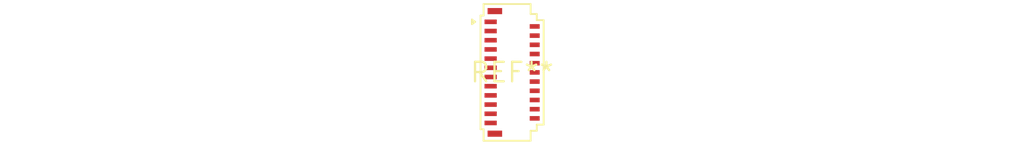
<source format=kicad_pcb>
(kicad_pcb (version 20240108) (generator pcbnew)
  (layers (0 "F.Cu" signal) (31 "B.Cu" signal) (34 "B.Paste" user) (35 "F.Paste" user) (36 "B.SilkS" user "B.Silkscreen") (37 "F.SilkS" user "F.Silkscreen") (38 "B.Mask" user) (39 "F.Mask" user) (44 "Edge.Cuts" user))
  (net 0 "")
  (footprint "Hirose_FH26-23S-0.3SHW_2Rows-23Pins-1MP_P0.60mm_Horizontal" (layer "F.Cu") (at 0 0)
    (property "Reference" "REF**")
    (property "Value" "Hirose_FH26-23S-0.3SHW_2Rows-23Pins-1MP_P0.60mm_Horizontal")
    (fp_line (start -2.622132 -3.45) (end -2.41 -3.3) (layer "F.SilkS") (stroke (width 0.12)))
    (fp_line (start -2.622132 -3.15) (end -2.622132 -3.45) (layer "F.SilkS") (stroke (width 0.12)))
    (fp_line (start -2.41 -3.3) (end -2.622132 -3.15) (layer "F.SilkS") (stroke (width 0.12)))
    (fp_line (start -2.06 -3.71) (end -2.06 0) (layer "F.SilkS") (stroke (width 0.12)))
    (fp_line (start -2.06 3.71) (end -2.06 0) (layer "F.SilkS") (stroke (width 0.12)))
    (fp_line (start -1.86 -4.46) (end -1.86 -3.71) (layer "F.SilkS") (stroke (width 0.12)))
    (fp_line (start -1.86 -3.71) (end -2.06 -3.71) (layer "F.SilkS") (stroke (width 0.12)))
    (fp_line (start -1.86 3.71) (end -2.06 3.71) (layer "F.SilkS") (stroke (width 0.12)))
    (fp_line (start -1.86 4.46) (end -1.86 3.71) (layer "F.SilkS") (stroke (width 0.12)))
    (fp_line (start 1.21 -4.46) (end -1.86 -4.46) (layer "F.SilkS") (stroke (width 0.12)))
    (fp_line (start 1.21 -3.81) (end 1.21 -4.46) (layer "F.SilkS") (stroke (width 0.12)))
    (fp_line (start 1.21 3.81) (end 1.21 4.46) (layer "F.SilkS") (stroke (width 0.12)))
    (fp_line (start 1.21 4.46) (end -1.86 4.46) (layer "F.SilkS") (stroke (width 0.12)))
    (fp_line (start 1.61 -3.81) (end 1.21 -3.81) (layer "F.SilkS") (stroke (width 0.12)))
    (fp_line (start 1.61 -3.41) (end 1.61 -3.81) (layer "F.SilkS") (stroke (width 0.12)))
    (fp_line (start 1.61 3.41) (end 1.61 3.81) (layer "F.SilkS") (stroke (width 0.12)))
    (fp_line (start 1.61 3.81) (end 1.21 3.81) (layer "F.SilkS") (stroke (width 0.12)))
    (fp_line (start 2.06 -3.41) (end 1.61 -3.41) (layer "F.SilkS") (stroke (width 0.12)))
    (fp_line (start 2.06 0) (end 2.06 -3.41) (layer "F.SilkS") (stroke (width 0.12)))
    (fp_line (start 2.06 0) (end 2.06 3.41) (layer "F.SilkS") (stroke (width 0.12)))
    (fp_line (start 2.06 3.41) (end 1.61 3.41) (layer "F.SilkS") (stroke (width 0.12)))
    (pad "1" smd rect (at -1.4 -3.3) (size 0.8 0.3) (layers "F.Cu" "F.Paste" "F.Mask"))
    (pad "2" smd rect (at 1.475 -3) (size 0.65 0.3) (layers "F.Cu" "F.Paste" "F.Mask"))
    (pad "3" smd rect (at -1.4 -2.7) (size 0.8 0.3) (layers "F.Cu" "F.Paste" "F.Mask"))
    (pad "4" smd rect (at 1.475 -2.4) (size 0.65 0.3) (layers "F.Cu" "F.Paste" "F.Mask"))
    (pad "5" smd rect (at -1.4 -2.1) (size 0.8 0.3) (layers "F.Cu" "F.Paste" "F.Mask"))
    (pad "6" smd rect (at 1.475 -1.8) (size 0.65 0.3) (layers "F.Cu" "F.Paste" "F.Mask"))
    (pad "7" smd rect (at -1.4 -1.5) (size 0.8 0.3) (layers "F.Cu" "F.Paste" "F.Mask"))
    (pad "8" smd rect (at 1.475 -1.2) (size 0.65 0.3) (layers "F.Cu" "F.Paste" "F.Mask"))
    (pad "9" smd rect (at -1.4 -0.9) (size 0.8 0.3) (layers "F.Cu" "F.Paste" "F.Mask"))
    (pad "10" smd rect (at 1.475 -0.6) (size 0.65 0.3) (layers "F.Cu" "F.Paste" "F.Mask"))
    (pad "11" smd rect (at -1.4 -0.3) (size 0.8 0.3) (layers "F.Cu" "F.Paste" "F.Mask"))
    (pad "12" smd rect (at 1.475 0) (size 0.65 0.3) (layers "F.Cu" "F.Paste" "F.Mask"))
    (pad "13" smd rect (at -1.4 0.3) (size 0.8 0.3) (layers "F.Cu" "F.Paste" "F.Mask"))
    (pad "14" smd rect (at 1.475 0.6) (size 0.65 0.3) (layers "F.Cu" "F.Paste" "F.Mask"))
    (pad "15" smd rect (at -1.4 0.9) (size 0.8 0.3) (layers "F.Cu" "F.Paste" "F.Mask"))
    (pad "16" smd rect (at 1.475 1.2) (size 0.65 0.3) (layers "F.Cu" "F.Paste" "F.Mask"))
    (pad "17" smd rect (at -1.4 1.5) (size 0.8 0.3) (layers "F.Cu" "F.Paste" "F.Mask"))
    (pad "18" smd rect (at 1.475 1.8) (size 0.65 0.3) (layers "F.Cu" "F.Paste" "F.Mask"))
    (pad "19" smd rect (at -1.4 2.1) (size 0.8 0.3) (layers "F.Cu" "F.Paste" "F.Mask"))
    (pad "20" smd rect (at 1.475 2.4) (size 0.65 0.3) (layers "F.Cu" "F.Paste" "F.Mask"))
    (pad "21" smd rect (at -1.4 2.7) (size 0.8 0.3) (layers "F.Cu" "F.Paste" "F.Mask"))
    (pad "22" smd rect (at 1.475 3) (size 0.65 0.3) (layers "F.Cu" "F.Paste" "F.Mask"))
    (pad "23" smd rect (at -1.4 3.3) (size 0.8 0.3) (layers "F.Cu" "F.Paste" "F.Mask"))
    (pad "MP" smd rect (at -1.125 -4) (size 0.95 0.4) (layers "F.Cu" "F.Paste" "F.Mask"))
    (pad "MP" smd rect (at -1.125 4) (size 0.95 0.4) (layers "F.Cu" "F.Paste" "F.Mask"))
  )
)
</source>
